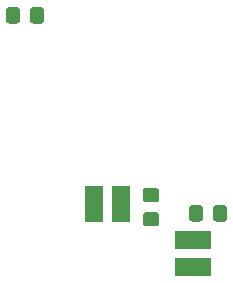
<source format=gbp>
G04 #@! TF.GenerationSoftware,KiCad,Pcbnew,5.0.1*
G04 #@! TF.CreationDate,2018-11-02T18:26:04-05:00*
G04 #@! TF.ProjectId,PowerRDP,506F7765725244502E6B696361645F70,01*
G04 #@! TF.SameCoordinates,Original*
G04 #@! TF.FileFunction,Paste,Bot*
G04 #@! TF.FilePolarity,Positive*
%FSLAX46Y46*%
G04 Gerber Fmt 4.6, Leading zero omitted, Abs format (unit mm)*
G04 Created by KiCad (PCBNEW 5.0.1) date Fri 02 Nov 2018 06:26:04 PM CDT*
%MOMM*%
%LPD*%
G01*
G04 APERTURE LIST*
%ADD10C,0.100000*%
%ADD11C,1.150000*%
%ADD12R,1.520000X3.050000*%
%ADD13R,3.050000X1.520000*%
G04 APERTURE END LIST*
D10*
G04 #@! TO.C,C1*
G36*
X154906505Y-70038204D02*
X154930773Y-70041804D01*
X154954572Y-70047765D01*
X154977671Y-70056030D01*
X154999850Y-70066520D01*
X155020893Y-70079132D01*
X155040599Y-70093747D01*
X155058777Y-70110223D01*
X155075253Y-70128401D01*
X155089868Y-70148107D01*
X155102480Y-70169150D01*
X155112970Y-70191329D01*
X155121235Y-70214428D01*
X155127196Y-70238227D01*
X155130796Y-70262495D01*
X155132000Y-70286999D01*
X155132000Y-70937001D01*
X155130796Y-70961505D01*
X155127196Y-70985773D01*
X155121235Y-71009572D01*
X155112970Y-71032671D01*
X155102480Y-71054850D01*
X155089868Y-71075893D01*
X155075253Y-71095599D01*
X155058777Y-71113777D01*
X155040599Y-71130253D01*
X155020893Y-71144868D01*
X154999850Y-71157480D01*
X154977671Y-71167970D01*
X154954572Y-71176235D01*
X154930773Y-71182196D01*
X154906505Y-71185796D01*
X154882001Y-71187000D01*
X153981999Y-71187000D01*
X153957495Y-71185796D01*
X153933227Y-71182196D01*
X153909428Y-71176235D01*
X153886329Y-71167970D01*
X153864150Y-71157480D01*
X153843107Y-71144868D01*
X153823401Y-71130253D01*
X153805223Y-71113777D01*
X153788747Y-71095599D01*
X153774132Y-71075893D01*
X153761520Y-71054850D01*
X153751030Y-71032671D01*
X153742765Y-71009572D01*
X153736804Y-70985773D01*
X153733204Y-70961505D01*
X153732000Y-70937001D01*
X153732000Y-70286999D01*
X153733204Y-70262495D01*
X153736804Y-70238227D01*
X153742765Y-70214428D01*
X153751030Y-70191329D01*
X153761520Y-70169150D01*
X153774132Y-70148107D01*
X153788747Y-70128401D01*
X153805223Y-70110223D01*
X153823401Y-70093747D01*
X153843107Y-70079132D01*
X153864150Y-70066520D01*
X153886329Y-70056030D01*
X153909428Y-70047765D01*
X153933227Y-70041804D01*
X153957495Y-70038204D01*
X153981999Y-70037000D01*
X154882001Y-70037000D01*
X154906505Y-70038204D01*
X154906505Y-70038204D01*
G37*
D11*
X154432000Y-70612000D03*
D10*
G36*
X154906505Y-67988204D02*
X154930773Y-67991804D01*
X154954572Y-67997765D01*
X154977671Y-68006030D01*
X154999850Y-68016520D01*
X155020893Y-68029132D01*
X155040599Y-68043747D01*
X155058777Y-68060223D01*
X155075253Y-68078401D01*
X155089868Y-68098107D01*
X155102480Y-68119150D01*
X155112970Y-68141329D01*
X155121235Y-68164428D01*
X155127196Y-68188227D01*
X155130796Y-68212495D01*
X155132000Y-68236999D01*
X155132000Y-68887001D01*
X155130796Y-68911505D01*
X155127196Y-68935773D01*
X155121235Y-68959572D01*
X155112970Y-68982671D01*
X155102480Y-69004850D01*
X155089868Y-69025893D01*
X155075253Y-69045599D01*
X155058777Y-69063777D01*
X155040599Y-69080253D01*
X155020893Y-69094868D01*
X154999850Y-69107480D01*
X154977671Y-69117970D01*
X154954572Y-69126235D01*
X154930773Y-69132196D01*
X154906505Y-69135796D01*
X154882001Y-69137000D01*
X153981999Y-69137000D01*
X153957495Y-69135796D01*
X153933227Y-69132196D01*
X153909428Y-69126235D01*
X153886329Y-69117970D01*
X153864150Y-69107480D01*
X153843107Y-69094868D01*
X153823401Y-69080253D01*
X153805223Y-69063777D01*
X153788747Y-69045599D01*
X153774132Y-69025893D01*
X153761520Y-69004850D01*
X153751030Y-68982671D01*
X153742765Y-68959572D01*
X153736804Y-68935773D01*
X153733204Y-68911505D01*
X153732000Y-68887001D01*
X153732000Y-68236999D01*
X153733204Y-68212495D01*
X153736804Y-68188227D01*
X153742765Y-68164428D01*
X153751030Y-68141329D01*
X153761520Y-68119150D01*
X153774132Y-68098107D01*
X153788747Y-68078401D01*
X153805223Y-68060223D01*
X153823401Y-68043747D01*
X153843107Y-68029132D01*
X153864150Y-68016520D01*
X153886329Y-68006030D01*
X153909428Y-67997765D01*
X153933227Y-67991804D01*
X153957495Y-67988204D01*
X153981999Y-67987000D01*
X154882001Y-67987000D01*
X154906505Y-67988204D01*
X154906505Y-67988204D01*
G37*
D11*
X154432000Y-68562000D03*
G04 #@! TD*
D10*
G04 #@! TO.C,C2*
G36*
X160641505Y-69405204D02*
X160665773Y-69408804D01*
X160689572Y-69414765D01*
X160712671Y-69423030D01*
X160734850Y-69433520D01*
X160755893Y-69446132D01*
X160775599Y-69460747D01*
X160793777Y-69477223D01*
X160810253Y-69495401D01*
X160824868Y-69515107D01*
X160837480Y-69536150D01*
X160847970Y-69558329D01*
X160856235Y-69581428D01*
X160862196Y-69605227D01*
X160865796Y-69629495D01*
X160867000Y-69653999D01*
X160867000Y-70554001D01*
X160865796Y-70578505D01*
X160862196Y-70602773D01*
X160856235Y-70626572D01*
X160847970Y-70649671D01*
X160837480Y-70671850D01*
X160824868Y-70692893D01*
X160810253Y-70712599D01*
X160793777Y-70730777D01*
X160775599Y-70747253D01*
X160755893Y-70761868D01*
X160734850Y-70774480D01*
X160712671Y-70784970D01*
X160689572Y-70793235D01*
X160665773Y-70799196D01*
X160641505Y-70802796D01*
X160617001Y-70804000D01*
X159966999Y-70804000D01*
X159942495Y-70802796D01*
X159918227Y-70799196D01*
X159894428Y-70793235D01*
X159871329Y-70784970D01*
X159849150Y-70774480D01*
X159828107Y-70761868D01*
X159808401Y-70747253D01*
X159790223Y-70730777D01*
X159773747Y-70712599D01*
X159759132Y-70692893D01*
X159746520Y-70671850D01*
X159736030Y-70649671D01*
X159727765Y-70626572D01*
X159721804Y-70602773D01*
X159718204Y-70578505D01*
X159717000Y-70554001D01*
X159717000Y-69653999D01*
X159718204Y-69629495D01*
X159721804Y-69605227D01*
X159727765Y-69581428D01*
X159736030Y-69558329D01*
X159746520Y-69536150D01*
X159759132Y-69515107D01*
X159773747Y-69495401D01*
X159790223Y-69477223D01*
X159808401Y-69460747D01*
X159828107Y-69446132D01*
X159849150Y-69433520D01*
X159871329Y-69423030D01*
X159894428Y-69414765D01*
X159918227Y-69408804D01*
X159942495Y-69405204D01*
X159966999Y-69404000D01*
X160617001Y-69404000D01*
X160641505Y-69405204D01*
X160641505Y-69405204D01*
G37*
D11*
X160292000Y-70104000D03*
D10*
G36*
X158591505Y-69405204D02*
X158615773Y-69408804D01*
X158639572Y-69414765D01*
X158662671Y-69423030D01*
X158684850Y-69433520D01*
X158705893Y-69446132D01*
X158725599Y-69460747D01*
X158743777Y-69477223D01*
X158760253Y-69495401D01*
X158774868Y-69515107D01*
X158787480Y-69536150D01*
X158797970Y-69558329D01*
X158806235Y-69581428D01*
X158812196Y-69605227D01*
X158815796Y-69629495D01*
X158817000Y-69653999D01*
X158817000Y-70554001D01*
X158815796Y-70578505D01*
X158812196Y-70602773D01*
X158806235Y-70626572D01*
X158797970Y-70649671D01*
X158787480Y-70671850D01*
X158774868Y-70692893D01*
X158760253Y-70712599D01*
X158743777Y-70730777D01*
X158725599Y-70747253D01*
X158705893Y-70761868D01*
X158684850Y-70774480D01*
X158662671Y-70784970D01*
X158639572Y-70793235D01*
X158615773Y-70799196D01*
X158591505Y-70802796D01*
X158567001Y-70804000D01*
X157916999Y-70804000D01*
X157892495Y-70802796D01*
X157868227Y-70799196D01*
X157844428Y-70793235D01*
X157821329Y-70784970D01*
X157799150Y-70774480D01*
X157778107Y-70761868D01*
X157758401Y-70747253D01*
X157740223Y-70730777D01*
X157723747Y-70712599D01*
X157709132Y-70692893D01*
X157696520Y-70671850D01*
X157686030Y-70649671D01*
X157677765Y-70626572D01*
X157671804Y-70602773D01*
X157668204Y-70578505D01*
X157667000Y-70554001D01*
X157667000Y-69653999D01*
X157668204Y-69629495D01*
X157671804Y-69605227D01*
X157677765Y-69581428D01*
X157686030Y-69558329D01*
X157696520Y-69536150D01*
X157709132Y-69515107D01*
X157723747Y-69495401D01*
X157740223Y-69477223D01*
X157758401Y-69460747D01*
X157778107Y-69446132D01*
X157799150Y-69433520D01*
X157821329Y-69423030D01*
X157844428Y-69414765D01*
X157868227Y-69408804D01*
X157892495Y-69405204D01*
X157916999Y-69404000D01*
X158567001Y-69404000D01*
X158591505Y-69405204D01*
X158591505Y-69405204D01*
G37*
D11*
X158242000Y-70104000D03*
G04 #@! TD*
D10*
G04 #@! TO.C,C6*
G36*
X145147505Y-52641204D02*
X145171773Y-52644804D01*
X145195572Y-52650765D01*
X145218671Y-52659030D01*
X145240850Y-52669520D01*
X145261893Y-52682132D01*
X145281599Y-52696747D01*
X145299777Y-52713223D01*
X145316253Y-52731401D01*
X145330868Y-52751107D01*
X145343480Y-52772150D01*
X145353970Y-52794329D01*
X145362235Y-52817428D01*
X145368196Y-52841227D01*
X145371796Y-52865495D01*
X145373000Y-52889999D01*
X145373000Y-53790001D01*
X145371796Y-53814505D01*
X145368196Y-53838773D01*
X145362235Y-53862572D01*
X145353970Y-53885671D01*
X145343480Y-53907850D01*
X145330868Y-53928893D01*
X145316253Y-53948599D01*
X145299777Y-53966777D01*
X145281599Y-53983253D01*
X145261893Y-53997868D01*
X145240850Y-54010480D01*
X145218671Y-54020970D01*
X145195572Y-54029235D01*
X145171773Y-54035196D01*
X145147505Y-54038796D01*
X145123001Y-54040000D01*
X144472999Y-54040000D01*
X144448495Y-54038796D01*
X144424227Y-54035196D01*
X144400428Y-54029235D01*
X144377329Y-54020970D01*
X144355150Y-54010480D01*
X144334107Y-53997868D01*
X144314401Y-53983253D01*
X144296223Y-53966777D01*
X144279747Y-53948599D01*
X144265132Y-53928893D01*
X144252520Y-53907850D01*
X144242030Y-53885671D01*
X144233765Y-53862572D01*
X144227804Y-53838773D01*
X144224204Y-53814505D01*
X144223000Y-53790001D01*
X144223000Y-52889999D01*
X144224204Y-52865495D01*
X144227804Y-52841227D01*
X144233765Y-52817428D01*
X144242030Y-52794329D01*
X144252520Y-52772150D01*
X144265132Y-52751107D01*
X144279747Y-52731401D01*
X144296223Y-52713223D01*
X144314401Y-52696747D01*
X144334107Y-52682132D01*
X144355150Y-52669520D01*
X144377329Y-52659030D01*
X144400428Y-52650765D01*
X144424227Y-52644804D01*
X144448495Y-52641204D01*
X144472999Y-52640000D01*
X145123001Y-52640000D01*
X145147505Y-52641204D01*
X145147505Y-52641204D01*
G37*
D11*
X144798000Y-53340000D03*
D10*
G36*
X143097505Y-52641204D02*
X143121773Y-52644804D01*
X143145572Y-52650765D01*
X143168671Y-52659030D01*
X143190850Y-52669520D01*
X143211893Y-52682132D01*
X143231599Y-52696747D01*
X143249777Y-52713223D01*
X143266253Y-52731401D01*
X143280868Y-52751107D01*
X143293480Y-52772150D01*
X143303970Y-52794329D01*
X143312235Y-52817428D01*
X143318196Y-52841227D01*
X143321796Y-52865495D01*
X143323000Y-52889999D01*
X143323000Y-53790001D01*
X143321796Y-53814505D01*
X143318196Y-53838773D01*
X143312235Y-53862572D01*
X143303970Y-53885671D01*
X143293480Y-53907850D01*
X143280868Y-53928893D01*
X143266253Y-53948599D01*
X143249777Y-53966777D01*
X143231599Y-53983253D01*
X143211893Y-53997868D01*
X143190850Y-54010480D01*
X143168671Y-54020970D01*
X143145572Y-54029235D01*
X143121773Y-54035196D01*
X143097505Y-54038796D01*
X143073001Y-54040000D01*
X142422999Y-54040000D01*
X142398495Y-54038796D01*
X142374227Y-54035196D01*
X142350428Y-54029235D01*
X142327329Y-54020970D01*
X142305150Y-54010480D01*
X142284107Y-53997868D01*
X142264401Y-53983253D01*
X142246223Y-53966777D01*
X142229747Y-53948599D01*
X142215132Y-53928893D01*
X142202520Y-53907850D01*
X142192030Y-53885671D01*
X142183765Y-53862572D01*
X142177804Y-53838773D01*
X142174204Y-53814505D01*
X142173000Y-53790001D01*
X142173000Y-52889999D01*
X142174204Y-52865495D01*
X142177804Y-52841227D01*
X142183765Y-52817428D01*
X142192030Y-52794329D01*
X142202520Y-52772150D01*
X142215132Y-52751107D01*
X142229747Y-52731401D01*
X142246223Y-52713223D01*
X142264401Y-52696747D01*
X142284107Y-52682132D01*
X142305150Y-52669520D01*
X142327329Y-52659030D01*
X142350428Y-52650765D01*
X142374227Y-52644804D01*
X142398495Y-52641204D01*
X142422999Y-52640000D01*
X143073001Y-52640000D01*
X143097505Y-52641204D01*
X143097505Y-52641204D01*
G37*
D11*
X142748000Y-53340000D03*
G04 #@! TD*
D12*
G04 #@! TO.C,L1*
X151896000Y-69342000D03*
X149606000Y-69342000D03*
G04 #@! TD*
D13*
G04 #@! TO.C,L2*
X157988000Y-74676000D03*
X157988000Y-72386000D03*
G04 #@! TD*
M02*

</source>
